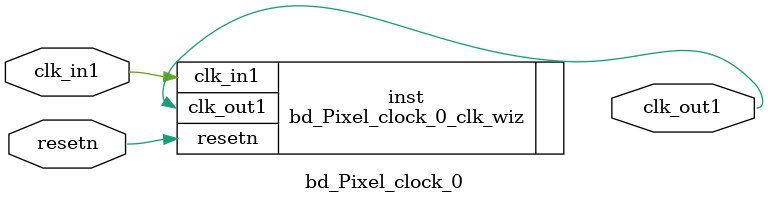
<source format=v>


`timescale 1ps/1ps

(* CORE_GENERATION_INFO = "bd_Pixel_clock_0,clk_wiz_v6_0_15_0_0,{component_name=bd_Pixel_clock_0,use_phase_alignment=true,use_min_o_jitter=false,use_max_i_jitter=false,use_dyn_phase_shift=false,use_inclk_switchover=false,use_dyn_reconfig=false,enable_axi=0,feedback_source=FDBK_AUTO,PRIMITIVE=MMCM,num_out_clk=1,clkin1_period=10.000,clkin2_period=10.000,use_power_down=false,use_reset=true,use_locked=false,use_inclk_stopped=false,feedback_type=SINGLE,CLOCK_MGR_TYPE=NA,manual_override=false}" *)

module bd_Pixel_clock_0 
 (
  // Clock out ports
  output        clk_out1,
  // Status and control signals
  input         resetn,
 // Clock in ports
  input         clk_in1
 );

  bd_Pixel_clock_0_clk_wiz inst
  (
  // Clock out ports  
  .clk_out1(clk_out1),
  // Status and control signals               
  .resetn(resetn), 
 // Clock in ports
  .clk_in1(clk_in1)
  );

endmodule

</source>
